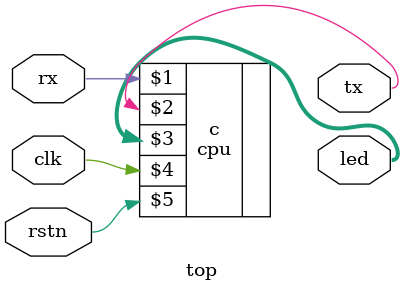
<source format=v>
`timescale 1ns/1ps
module top (
    input  wire         rx,
    output wire         tx,
    output wire [7:0]   led,

    input  wire         clk,
    input  wire         rstn);

    cpu c(rx, tx, led, clk, rstn);

endmodule

</source>
